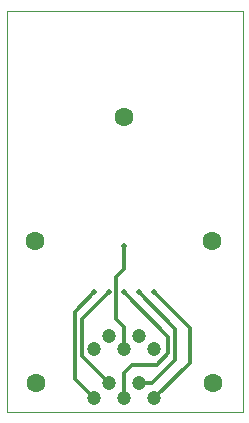
<source format=gbl>
G04*
G04 #@! TF.GenerationSoftware,Altium Limited,Altium Designer,22.2.1 (43)*
G04*
G04 Layer_Physical_Order=2*
G04 Layer_Color=16711680*
%FSLAX42Y42*%
%MOMM*%
G71*
G04*
G04 #@! TF.SameCoordinates,DB8E118B-81D3-46FB-BB3D-5E7861096478*
G04*
G04*
G04 #@! TF.FilePolarity,Positive*
G04*
G01*
G75*
%ADD13C,0.10*%
%ADD19C,1.60*%
%ADD20C,0.50*%
%ADD21C,1.20*%
%ADD22C,0.30*%
D13*
X0Y0D02*
Y3400D01*
X2000D01*
Y0D02*
Y3400D01*
X0Y0D02*
X2000D01*
D19*
X250Y250D02*
D03*
X1750D02*
D03*
X1740Y1450D02*
D03*
X240D02*
D03*
X996Y2500D02*
D03*
D20*
X1249Y1015D02*
D03*
X868D02*
D03*
X995D02*
D03*
X1122D02*
D03*
X742D02*
D03*
X995Y1405D02*
D03*
D21*
Y120D02*
D03*
X1249Y534D02*
D03*
X741Y120D02*
D03*
X1249D02*
D03*
X1122Y250D02*
D03*
X868D02*
D03*
X742Y534D02*
D03*
X1122Y645D02*
D03*
X995Y534D02*
D03*
X868Y645D02*
D03*
D22*
X1122Y250D02*
X1234D01*
X1430Y447D02*
Y707D01*
X1234Y250D02*
X1430Y447D01*
X1550Y421D02*
Y714D01*
X1249Y120D02*
X1550Y421D01*
X1122Y1015D02*
X1430Y707D01*
X1249Y1015D02*
X1550Y714D01*
X930Y790D02*
Y1150D01*
X640Y787D02*
X868Y1015D01*
X1370Y500D02*
Y640D01*
X995Y1015D02*
X1370Y640D01*
X1270Y400D02*
X1370Y500D01*
X1060Y400D02*
X1270D01*
X995Y120D02*
Y335D01*
X1060Y400D01*
X640Y478D02*
X868Y250D01*
X640Y478D02*
Y787D01*
X930Y790D02*
X995Y725D01*
X930Y1150D02*
X995Y1215D01*
X580Y281D02*
Y853D01*
Y281D02*
X741Y120D01*
X580Y853D02*
X742Y1015D01*
X995Y534D02*
Y725D01*
Y1215D02*
Y1405D01*
M02*

</source>
